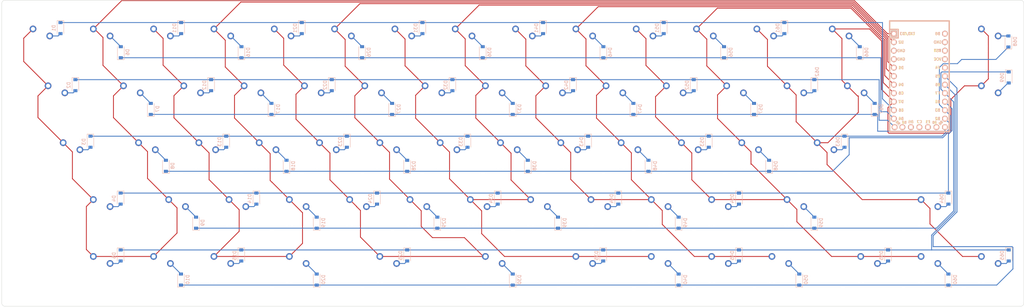
<source format=kicad_pcb>
(kicad_pcb (version 20211014) (generator pcbnew)
  (layers (0 "F.Cu" signal) (31 "B.Cu" signal) (34 "B.Paste" user) (35 "F.Paste" user) (36 "B.SilkS" user "B.Silkscreen") (37 "F.SilkS" user "F.Silkscreen") (38 "B.Mask" user) (39 "F.Mask" user) (44 "Edge.Cuts" user))
  (net 0 "")
  (net 1 "R0")
  (net 2 "Net-(D1-Pad2)")
  (net 3 "R2")
  (net 4 "Net-(D2-Pad2)")
  (net 5 "R4")
  (net 6 "Net-(D3-Pad2)")
  (net 7 "R6")
  (net 8 "Net-(D4-Pad2)")
  (net 9 "R8")
  (net 10 "Net-(D5-Pad2)")
  (net 11 "R1")
  (net 12 "Net-(D6-Pad2)")
  (net 13 "R3")
  (net 14 "Net-(D7-Pad2)")
  (net 15 "R5")
  (net 16 "Net-(D8-Pad2)")
  (net 17 "R7")
  (net 18 "Net-(D9-Pad2)")
  (net 19 "R9")
  (net 20 "Net-(D10-Pad2)")
  (net 21 "Net-(D11-Pad2)")
  (net 22 "Net-(D12-Pad2)")
  (net 23 "Net-(D13-Pad2)")
  (net 24 "Net-(D14-Pad2)")
  (net 25 "Net-(D15-Pad2)")
  (net 26 "Net-(D16-Pad2)")
  (net 27 "Net-(D17-Pad2)")
  (net 28 "Net-(D18-Pad2)")
  (net 29 "Net-(D19-Pad2)")
  (net 30 "Net-(D20-Pad2)")
  (net 31 "Net-(D21-Pad2)")
  (net 32 "Net-(D22-Pad2)")
  (net 33 "Net-(D23-Pad2)")
  (net 34 "Net-(D24-Pad2)")
  (net 35 "Net-(D25-Pad2)")
  (net 36 "Net-(D26-Pad2)")
  (net 37 "Net-(D27-Pad2)")
  (net 38 "Net-(D28-Pad2)")
  (net 39 "Net-(D29-Pad2)")
  (net 40 "Net-(D30-Pad2)")
  (net 41 "Net-(D31-Pad2)")
  (net 42 "Net-(D32-Pad2)")
  (net 43 "Net-(D33-Pad2)")
  (net 44 "Net-(D34-Pad2)")
  (net 45 "Net-(D35-Pad2)")
  (net 46 "Net-(D36-Pad2)")
  (net 47 "Net-(D37-Pad2)")
  (net 48 "Net-(D38-Pad2)")
  (net 49 "Net-(D39-Pad2)")
  (net 50 "Net-(D40-Pad2)")
  (net 51 "Net-(D41-Pad2)")
  (net 52 "Net-(D42-Pad2)")
  (net 53 "Net-(D43-Pad2)")
  (net 54 "Net-(D44-Pad2)")
  (net 55 "Net-(D45-Pad2)")
  (net 56 "Net-(D46-Pad2)")
  (net 57 "Net-(D47-Pad2)")
  (net 58 "Net-(D48-Pad2)")
  (net 59 "Net-(D49-Pad2)")
  (net 60 "Net-(D50-Pad2)")
  (net 61 "Net-(D51-Pad2)")
  (net 62 "Net-(D52-Pad2)")
  (net 63 "Net-(D53-Pad2)")
  (net 64 "Net-(D54-Pad2)")
  (net 65 "Net-(D55-Pad2)")
  (net 66 "Net-(D56-Pad2)")
  (net 67 "Net-(D57-Pad2)")
  (net 68 "Net-(D58-Pad2)")
  (net 69 "Net-(D59-Pad2)")
  (net 70 "Net-(D60-Pad2)")
  (net 71 "Net-(D61-Pad2)")
  (net 72 "Net-(D62-Pad2)")
  (net 73 "Net-(D63-Pad2)")
  (net 74 "Net-(D64-Pad2)")
  (net 75 "Net-(D66-Pad2)")
  (net 76 "Net-(D67-Pad2)")
  (net 77 "Net-(D68-Pad2)")
  (net 78 "C0")
  (net 79 "C1")
  (net 80 "C2")
  (net 81 "C3")
  (net 82 "C4")
  (net 83 "C5")
  (net 84 "C6")
  (net 97 "Net-(D69-Pad2)")
  (net 98 "Net-(D65-Pad2)")
  (footprint "marbastlib-choc:SW_choc_1u" (layer "F.Cu") (at 135.2975 133.5 180)
    (fp_text reference "SW18" hide)
    (fp_text value "SW_Push" hide)
  )
  (footprint "marbastlib-choc:SW_choc_1.5u" (layer "F.Cu") (at 171.2975 167.5 180)
    (fp_text reference "SW25" hide)
    (fp_text value "SW_Push" hide)
  )
  (footprint "marbastlib-choc:SW_choc_1u" (layer "F.Cu") (at 270.2975 150.5 180)
    (fp_text reference "SW54" hide)
    (fp_text value "SW_Push" hide)
  )
  (footprint "marbastlib-choc:SW_choc_1u" (layer "F.Cu") (at 270.2975 167.5 180)
    (fp_text reference "SW45" hide)
    (fp_text value "SW_Push" hide)
  )
  (footprint "marbastlib-choc:SW_choc_1.5u" (layer "F.Cu") (at 301.7975 133.5 180)
    (fp_text reference "SW63" hide)
    (fp_text value "SW_Push" hide)
  )
  (footprint "marbastlib-choc:SW_choc_1u" (layer "F.Cu") (at 314.7975 167.5 180)
    (fp_text reference "SW55" hide)
    (fp_text value "SW_Push" hide)
  )
  (footprint "marbastlib-choc:SW_choc_1.5u" (layer "F.Cu") (at 229.7975 167.5 180)
    (fp_text reference "SW35" hide)
    (fp_text value "SW_Push" hide)
  )
  (footprint "marbastlib-choc:SW_choc_1u" (layer "F.Cu") (at 157.7975 99.5 180)
    (fp_text reference "SW26" hide)
    (fp_text value "SW_Push" hide)
  )
  (footprint "marbastlib-choc:SW_choc_1u" (layer "F.Cu") (at 283.7975 99.5 180)
    (fp_text reference "SW61" hide)
    (fp_text value "SW_Push" hide)
  )
  (footprint "marbastlib-choc:SW_choc_1u" (layer "F.Cu") (at 332.7975 150.5 180)
    (fp_text reference "SW64" hide)
    (fp_text value "SW_Push" hide)
  )
  (footprint "marbastlib-choc:SW_choc_1u" (layer "F.Cu") (at 103.7975 99.5 180)
    (fp_text reference "SW11" hide)
    (fp_text value "SW_Push" hide)
  )
  (footprint "marbastlib-choc:SW_choc_1u" (layer "F.Cu") (at 252.2975 150.5 180)
    (fp_text reference "SW49" hide)
    (fp_text value "SW_Push" hide)
  )
  (footprint "marbastlib-choc:SW_choc_1u" (layer "F.Cu") (at 144.2975 150.5 180)
    (fp_text reference "SW19" hide)
    (fp_text value "SW_Push" hide)
  )
  (footprint "marbastlib-choc:SW_choc_1u" (layer "F.Cu") (at 175.7975 99.5 180)
    (fp_text reference "SW31" hide)
    (fp_text value "SW_Push" hide)
  )
  (footprint "marbastlib-choc:SW_choc_1u" (layer "F.Cu") (at 130.7975 116.5 180)
    (fp_text reference "SW17" hide)
    (fp_text value "SW_Push" hide)
  )
  (footprint "marbastlib-choc:SW_choc_1u" (layer "F.Cu") (at 121.7975 99.5 180)
    (fp_text reference "SW16" hide)
    (fp_text value "SW_Push" hide)
  )
  (footprint "marbastlib-choc:SW_choc_1.5u" (layer "F.Cu") (at 306.2975 99.5 180)
    (fp_text reference "SW66" hide)
    (fp_text value "SW_Push" hide)
  )
  (footprint "marbastlib-choc:SW_choc_1u" (layer "F.Cu") (at 184.7975 116.5 180)
    (fp_text reference "SW32" hide)
    (fp_text value "SW_Push" hide)
  )
  (footprint "marbastlib-choc:SW_choc_1u" (layer "F.Cu") (at 292.7975 116.5 180)
    (fp_text reference "SW62" hide)
    (fp_text value "SW_Push" hide)
  )
  (footprint "marbastlib-choc:SW_choc_1u" (layer "F.Cu") (at 238.7975 116.5 180)
    (fp_text reference "SW47" hide)
    (fp_text value "SW_Push" hide)
  )
  (footprint "marbastlib-choc:SW_choc_1u" (layer "F.Cu") (at 198.2975 150.5 180)
    (fp_text reference "SW34" hide)
    (fp_text value "SW_Push" hide)
  )
  (footprint "marbastlib-choc:SW_choc_1u" (layer "F.Cu") (at 256.7975 116.5 180)
    (fp_text reference "SW52" hide)
    (fp_text value "SW_Push" hide)
  )
  (footprint "marbastlib-choc:SW_choc_1.5u" (layer "F.Cu") (at 144.2975 167.5 180)
    (fp_text reference "SW20" hide)
    (fp_text value "SW_Push" hide)
  )
  (footprint "marbastlib-choc:SW_choc_1u" (layer "F.Cu") (at 207.2975 133.5 180)
    (fp_text reference "SW38" hide)
    (fp_text value "SW_Push" hide)
  )
  (footprint "marbastlib-choc:SW_choc_1u" (layer "F.Cu") (at 265.7975 99.5 180)
    (fp_text reference "SW56" hide)
    (fp_text value "SW_Push" hide)
  )
  (footprint "marbastlib-choc:SW_choc_1.5u" (layer "F.Cu") (at 72.2975 116.5 180)
    (fp_text reference "SW2" hide)
    (fp_text value "SW_Push" hide)
  )
  (footprint "marbastlib-choc:SW_choc_1u" (layer "F.Cu") (at 225.2975 133.5 180)
    (fp_text reference "SW43" hide)
    (fp_text value "SW_Push" hide)
  )
  (footprint "marbastlib-choc:SW_choc_1u" (layer "F.Cu") (at 94.7975 116.5 180)
    (fp_text reference "SW7" hide)
    (fp_text value "SW_Push" hide)
  )
  (footprint "marbastlib-choc:SW_choc_1u" (layer "F.Cu") (at 112.7975 116.5 180)
    (fp_text reference "SW12" hide)
    (fp_text value "SW_Push" hide)
  )
  (footprint "marbastlib-choc:SW_choc_1u" (layer "F.Cu") (at 279.2975 133.5 180)
    (fp_text reference "SW58" hide)
    (fp_text value "SW_Push" hide)
  )
  (footprint "marbastlib-choc:SW_choc_1u" (layer "F.Cu") (at 148.7975 116.5 180)
    (fp_text reference "SW22" hide)
    (fp_text value "SW_Push" hide)
  )
  (footprint "marbastlib-choc:SW_choc_1u" (layer "F.Cu") (at 67.7975 99.5 180)
    (fp_text reference "SW1" hide)
    (fp_text value "SW_Push" hide)
  )
  (footprint "marbastlib-choc:SW_choc_1u" (layer "F.Cu") (at 103.7975 167.5 180)
    (fp_text reference "SW10" hide)
    (fp_text value "SW_Push" hide)
  )
  (footprint "marbastlib-choc:SW_choc_1u" (layer "F.Cu") (at 162.2975 150.5 180)
    (fp_text reference "SW24" hide)
    (fp_text value "SW_Push" hide)
  )
  (footprint "marbastlib-choc:SW_choc_1.5u" (layer "F.Cu") (at 202.7975 167.5 180)
    (fp_text reference "SW30" hide)
    (fp_text value "SW_Push" hide)
  )
  (footprint "marbastlib-choc:SW_choc_1u" (layer "F.Cu") (at 310.7975 116.5 180)
    (fp_text reference "SW67" hide)
    (fp_text value "SW_Push" hide)
  )
  (footprint "marbastlib-choc:SW_choc_1u" (layer "F.Cu") (at 234.2975 150.5 180)
    (fp_text reference "SW44" hide)
    (fp_text value "SW_Push" hide)
  )
  (footprint "marbastlib-choc:SW_choc_1u" (layer "F.Cu") (at 288.2975 167.5 180)
    (fp_text reference "SW50" hide)
    (fp_text value "SW_Push" hide)
  )
  (footprint "marbastlib-choc:SW_choc_1u" (layer "F.Cu") (at 180.2975 150.5 180)
    (fp_text reference "SW29" hide)
    (fp_text value "SW_Push" hide)
  )
  (footprint "marbastlib-choc:SW_choc_1u" (layer "F.Cu") (at 171.2975 133.5 180)
    (fp_text reference "SW28" hide)
    (fp_text value "SW_Push" hide)
  )
  (footprint "marbastlib-choc:SW_choc_1u" (layer "F.Cu") (at 252.2975 167.5 180)
    (fp_text reference "SW40" hide)
    (fp_text value "SW_Push" hide)
  )
  (footprint "marbastlib-choc:SW_choc_1u" (layer "F.Cu") (at 117.2975 133.5 180)
    (fp_text reference "SW13" hide)
    (fp_text value "SW_Push" hide)
  )
  (footprint "marbastlib-choc:SW_choc_1u" (layer "F.Cu") (at 350.7975 99.5 180)
    (fp_text reference "SW68" hide)
    (fp_text value "SW_Push" hide)
  )
  (footprint "marbastlib-choc:SW_choc_1.5u" (layer "F.Cu") (at 292.7975 150.5 180)
    (fp_text reference "SW59" hide)
    (fp_text value "SW_Push" hide)
  )
  (footprint "marbastlib-choc:SW_choc_1u" (layer "F.Cu") (at 202.7975 116.5 180)
    (fp_text reference "SW37" hide)
    (fp_text value "SW_Push" hide)
  )
  (footprint "marbastlib-choc:SW_choc_1.5u" (layer "F.Cu") (at 76.7975 133.5 180)
    (fp_text reference "SW3" hide)
    (fp_text value "SW_Push" hide)
  )
  (footprint "marbastlib-choc:SW_choc_1u" (layer "F.Cu") (at 261.2975 133.5 180)
    (fp_text reference "SW53" hide)
    (fp_text value "SW_Push" hide)
  )
  (footprint "marbastlib-choc:SW_choc_1u" (layer "F.Cu") (at 332.7975 167.5 180)
    (fp_text reference "SW60" hide)
    (fp_text value "SW_Push" hide)
  )
  (footprint "marbastlib-choc:SW_choc_1u" (layer "F.Cu") (at 85.7975 99.5 180)
    (fp_text reference "SW6" hide)
    (fp_text value "SW_Push" hide)
  )
  (footprint "marbastlib-choc:SW_choc_1u" (layer "F.Cu") (at 247.7975 99.5 180)
    (fp_text reference "SW51" hide)
    (fp_text value "SW_Push" hide)
  )
  (footprint "marbastlib-choc:SW_choc_1u" (layer "F.Cu") (at 229.7975 99.5 180)
    (fp_text reference "SW46" hide)
    (fp_text value "SW_Push" hide)
  )
  (footprint "marbastlib-choc:SW_choc_1u" (layer "F.Cu") (at 274.7975 116.5 180)
    (fp_text reference "SW57" hide)
    (fp_text value "SW_Push" hide)
  )
  (footprint "marbastlib-choc:SW_choc_1u" (layer "F.Cu") (at 189.2975 133.5 180)
    (fp_text reference "SW33" hide)
    (fp_text value "SW_Push" hide)
  )
  (footprint "marbastlib-choc:SW_choc_1u" (layer "F.Cu") (at 220.7975 116.5 180)
    (fp_text reference "SW42" hide)
    (fp_text value "SW_Push" hide)
  )
  (footprint "marbastlib-choc:SW_choc_1u" (layer "F.Cu") (at 166.7975 116.5 180)
    (fp_text reference "SW27" hide)
    (fp_text value "SW_Push" hide)
  )
  (footprint "marbastlib-choc:SW_choc_1u" (layer "F.Cu") (at 193.7975 99.5 180)
    (fp_text reference "SW36" hide)
    (fp_text value "SW_Push" hide)
  )
  (footprint "marbastlib-choc:SW_choc_1u" (layer "F.Cu") (at 85.7975 167.5 180)
    (fp_text reference "SW5" hide)
    (fp_text value "SW_Push" hide)
  )
  (footprint "marbastlib-choc:SW_choc_1u" (layer "F.Cu") (at 126.2975 150.5 180)
    (fp_text reference "SW14" hide)
    (fp_text value "SW_Push" hide)
  )
  (footprint "marbastlib-choc:SW_choc_1u" (layer "F.Cu") (at 99.2975 133.5 180)
    (fp_text reference "SW8" hide)
    (fp_text value "SW_Push" hide)
  )
  (footprint "marbastlib-choc:SW_choc_1u" (layer "F.Cu") (at 243.2975 133.5 180)
    (fp_text reference "SW48" hide)
    (fp_text value "SW_Push" hide)
  )
  (footprint "marbastlib-choc:SW_choc_1u" (layer "F.Cu") (at 108.2975 150.5 180)
    (fp_text reference "SW9" hide)
    (fp_text value "SW_Push" hide)
  )
  (footprint "marbastlib-choc:SW_choc_1u" (layer "F.Cu") (at 350.7975 116.5 180)
    (fp_text reference "SW69" hide)
    (fp_text value "SW_Push" hide)
  )
  (footprint "Keebio-Parts:Elite-C" (layer "F.Cu") (at 332.2975 108.98675 -90)
    (fp_text reference "U1" hide)
    (fp_text value "Elite-C" hide)
  )
  (footprint "marbastlib-choc:SW_choc_1u" (layer "F.Cu") (at 139.7975 99.5 180)
    (fp_text reference "SW21" hide)
    (fp_text value "SW_Push" hide)
  )
  (footprint "marbastlib-choc:SW_choc_1u" (layer "F.Cu") (at 211.7975 99.5 180)
    (fp_text reference "SW41" hide)
    (fp_text value "SW_Push" hide)
  )
  (footprint "marbastlib-choc:SW_choc_1u" (layer "F.Cu") (at 216.2975 150.5 180)
    (fp_text reference "SW39" hide)
    (fp_text value "SW_Push" hide)
  )
  (footprint "marbastlib-choc:SW_choc_1u" (layer "F.Cu") (at 153.2975 133.5 180)
    (fp_text reference "SW23" hide)
    (fp_text value "SW_Push" hide)
  )
  (footprint "marbastlib-choc:SW_choc_1u" (layer "F.Cu") (at 121.7975 167.5 180)
    (fp_text reference "SW15" hide)
    (fp_text value "SW_Push" hide)
  )
  (footprint "marbastlib-choc:SW_choc_1u" (layer "F.Cu") (at 350.7975 167.5 180)
    (fp_text reference "SW65" hide)
    (fp_text value "SW_Push" hide)
  )
  (footprint "marbastlib-choc:SW_choc_1.5u" (layer "F.Cu") (at 85.7975 150.5 180)
    (fp_text reference "SW4" hide)
    (fp_text value "SW_Push" hide)
  )
  (footprint "Diode_SMD:D_SOD-123" (layer "B.Cu") (at 340.95 144.3 -90)
    (fp_text reference "D64")
    (fp_text value "SOD-123")
  )
  (footprint "Diode_SMD:D_SOD-123" (layer "B.Cu") (at 152.45 168.5 90)
    (fp_text reference "D20")
    (fp_text value "SOD-123")
  )
  (footprint "Diode_SMD:D_SOD-123" (layer "B.Cu") (at 287.45 134.5 90)
    (fp_text reference "D58")
    (fp_text value "SOD-123")
  )
  (footprint "Diode_SMD:D_SOD-123" (layer "B.Cu") (at 300.95 110.4 -90)
    (fp_text reference "D62")
    (fp_text value "SOD-123")
  )
  (footprint "Diode_SMD:D_SOD-123" (layer "B.Cu") (at 210.95 168.5 90)
    (fp_text reference "D30")
    (fp_text value "SOD-123")
  )
  (footprint "Diode_SMD:D_SOD-123" (layer "B.Cu") (at 292 93.35 -90)
    (fp_text reference "D61")
    (fp_text value "SOD-123")
  )
  (footprint "Diode_SMD:D_SOD-123" (layer "B.Cu") (at 296.45 168.5 90)
    (fp_text reference "D50")
    (fp_text value "SOD-123")
  )
  (footprint "Diode_SMD:D_SOD-123" (layer "B.Cu") (at 256 93.35 -90)
    (fp_text reference "D51")
    (fp_text value "SOD-123")
  )
  (footprint "Diode_SMD:D_SOD-123" (layer "B.Cu") (at 129.95 161.3 -90)
    (fp_text reference "D15")
    (fp_text value "SOD-123")
  )
  (footprint "Diode_SMD:D_SOD-123" (layer "B.Cu") (at 116.45 151.5 90)
    (fp_text reference "D9")
    (fp_text value "SOD-123")
  )
  (footprint "Diode_SMD:D_SOD-123" (layer "B.Cu") (at 197.45 127.3 -90)
    (fp_text reference "D33")
    (fp_text value "SOD-123")
  )
  (footprint "Diode_SMD:D_SOD-123" (layer "B.Cu") (at 174.95 117.5 90)
    (fp_text reference "D27")
    (fp_text value "SOD-123")
  )
  (footprint "Diode_SMD:D_SOD-123" (layer "B.Cu") (at 107.45 134.5 90)
    (fp_text reference "D8")
    (fp_text value "SOD-123")
  )
  (footprint "Diode_SMD:D_SOD-123" (layer "B.Cu") (at 233.45 127.3 -90)
    (fp_text reference "D43")
    (fp_text value "SOD-123")
  )
  (footprint "Diode_SMD:D_SOD-123" (layer "B.Cu") (at 269.45 127.3 -90)
    (fp_text reference "D53")
    (fp_text value "SOD-123")
  )
  (footprint "Diode_SMD:D_SOD-123" (layer "B.Cu") (at 242.45 144.3 -90)
    (fp_text reference "D44")
    (fp_text value "SOD-123")
  )
  (footprint "Diode_SMD:D_SOD-123" (layer "B.Cu") (at 156.95 110.4 -90)
    (fp_text reference "D22")
    (fp_text value "SOD-123")
  )
  (footprint "Diode_SMD:D_SOD-123" (layer "B.Cu") (at 93.95 144.3 -90)
    (fp_text reference "D4")
    (fp_text value "SOD-123")
  )
  (footprint "Diode_SMD:D_SOD-123" (layer "B.Cu") (at 309.95 127.3 -90)
    (fp_text reference "D63")
    (fp_text value "SOD-123")
  )
  (footprint "Diode_SMD:D_SOD-123" (layer "B.Cu") (at 179.45 161.3 -90)
    (fp_text reference "D25")
    (fp_text value "SOD-123")
  )
  (footprint "Diode_SMD:D_SOD-123" (layer "B.Cu") (at 112 93.35 -90)
    (fp_text reference "D11")
    (fp_text value "SOD-123")
  )
  (footprint "Diode_SMD:D_SOD-123" (layer "B.Cu") (at 358.95 108.1 -90)
    (fp_text reference "D69")
    (fp_text value "SOD-123")
  )
  (footprint "Diode_SMD:D_SOD-123" (layer "B.Cu") (at 224.45 151.5 90)
    (fp_text reference "D39")
    (fp_text value "SOD-123")
  )
  (footprint "Diode_SMD:D_SOD-123" (layer "B.Cu") (at 282.95 117.5 90)
    (fp_text reference "D57")
    (fp_text value "SOD-123")
  )
  (footprint "Diode_SMD:D_SOD-123" (layer "B.Cu") (at 340.95 168.5 90)
    (fp_text reference "D60")
    (fp_text value "SOD-123")
  )
  (footprint "Diode_SMD:D_SOD-123" (layer "B.Cu") (at 358.95 161.3 -90)
    (fp_text reference "D65")
    (fp_text value "SOD-123")
  )
  (footprint "Diode_SMD:D_SOD-123" (layer "B.Cu") (at 215.45 134.5 90)
    (fp_text reference "D38")
    (fp_text value "SOD-123")
  )
  (footprint "Diode_SMD:D_SOD-123" (layer "B.Cu") (at 188.45 151.5 90)
    (fp_text reference "D29")
    (fp_text value "SOD-123")
  )
  (footprint "Diode_SMD:D_SOD-123" (layer "B.Cu") (at 134.45 144.3 -90)
    (fp_text reference "D14")
    (fp_text value "SOD-123")
  )
  (footprint "Diode_SMD:D_SOD-123" (layer "B.Cu") (at 138.95 117.5 90)
    (fp_text reference "D17")
    (fp_text value "SOD-123")
  )
  (footprint "Diode_SMD:D_SOD-123" (layer "B.Cu") (at 152.45 151.5 90)
    (fp_text reference "D19")
    (fp_text value "SOD-123")
  )
  (footprint "Diode_SMD:D_SOD-123" (layer "B.Cu") (at 237.95 161.3 -90)
    (fp_text reference "D35")
    (fp_text value "SOD-123")
  )
  (footprint "Diode_SMD:D_SOD-123" (layer "B.Cu") (at 210.95 117.5 90)
    (fp_text reference "D37")
    (fp_text value "SOD-123")
  )
  (footprint "Diode_SMD:D_SOD-123" (layer "B.Cu") (at 76 93.35 -90)
    (fp_text reference "D1")
    (fp_text value "SOD-123")
  )
  (footprint "Diode_SMD:D_SOD-123" (layer "B.Cu") (at 278.45 161.3 -90)
    (fp_text reference "D45")
    (fp_text value "SOD-123")
  )
  (footprint "Diode_SMD:D_SOD-123" (layer "B.Cu") (at 274 100.55 90)
    (fp_text reference "D56")
    (fp_text value "SOD-123")
  )
  (footprint "Diode_SMD:D_SOD-123" (layer "B.Cu") (at 130 100.55 90)
    (fp_text reference "D16")
    (fp_text value "SOD-123")
  )
  (footprint "Diode_SMD:D_SOD-123" (layer "B.Cu") (at 264.95 110.4 -90)
    (fp_text reference "D52")
    (fp_text value "SOD-123")
  )
  (footprint "Diode_SMD:D_SOD-123" (layer "B.Cu") (at 300.95 151.5 90)
    (fp_text reference "D59")
    (fp_text value "SOD-123")
  )
  (footprint "Diode_SMD:D_SOD-123" (layer "B.Cu") (at 93.95 161.3 -90)
    (fp_text reference "D5")
    (fp_text value "SOD-123")
  )
  (footprint "Diode_SMD:D_SOD-123" (layer "B.Cu") (at 318.95 117.5 90)
    (fp_text reference "D67")
    (fp_text value "SOD-123")
  )
  (footprint "Diode_SMD:D_SOD-123" (layer "B.Cu") (at 161.45 127.3 -90)
    (fp_text reference "D23")
    (fp_text value "SOD-123")
  )
  (footprint "Diode_SMD:D_SOD-123" (layer "B.Cu") (at 125.45 127.3 -90)
    (fp_text reference "D13")
    (fp_text value "SOD-123")
  )
  (footprint "Diode_SMD:D_SOD-123" (layer "B.Cu") (at 179.45 134.5 90)
    (fp_text reference "D28")
    (fp_text value "SOD-123")
  )
  (footprint "Diode_SMD:D_SOD-123" (layer "B.Cu") (at 111.95 168.5 90)
    (fp_text reference "D10")
    (fp_text value "SOD-123")
  )
  (footprint "Diode_SMD:D_SOD-123" (layer "B.Cu") (at 238 100.55 90)
    (fp_text reference "D46")
    (fp_text value "SOD-123")
  )
  (footprint "Diode_SMD:D_SOD-123" (layer "B.Cu") (at 260.45 168.5 90)
    (fp_text reference "D40")
    (fp_text value "SOD-123")
  )
  (footprint "Diode_SMD:D_SOD-123" (layer "B.Cu") (at 246.95 117.5 90)
    (fp_text reference "D47")
    (fp_text value "SOD-123")
  )
  (footprint "Diode_SMD:D_SOD-123" (layer "B.Cu") (at 102.95 117.5 90)
    (fp_text reference "D7")
    (fp_text value "SOD-123")
  )
  (footprint "Diode_SMD:D_SOD-123" (layer "B.Cu") (at 143.45 134.5 90)
    (fp_text reference "D18")
    (fp_text value "SOD-123")
  )
  (footprint "Diode_SMD:D_SOD-123" (layer "B.Cu") (at 120.95 110.4 -90)
    (fp_text reference "D12")
    (fp_text value "SOD-123")
  )
  (footprint "Diode_SMD:D_SOD-123" (layer "B.Cu") (at 260.45 151.5 90)
    (fp_text reference "D49")
    (fp_text value "SOD-123")
  )
  (footprint "Diode_SMD:D_SOD-123" (layer "B.Cu") (at 251.45 134.5 90)
    (fp_text reference "D48")
    (fp_text value "SOD-123")
  )
  (footprint "Diode_SMD:D_SOD-123" (layer "B.Cu") (at 220 93.35 -90)
    (fp_text reference "D41")
    (fp_text value "SOD-123")
  )
  (footprint "Diode_SMD:D_SOD-123" (layer "B.Cu") (at 228.95 110.4 -90)
    (fp_text reference "D42")
    (fp_text value "SOD-123")
  )
  (footprint "Diode_SMD:D_SOD-123" (layer "B.Cu") (at 148 93.35 -90)
    (fp_text reference "D21")
    (fp_text value "SOD-123")
  )
  (footprint "Diode_SMD:D_SOD-123" (layer "B.Cu") (at 358.85 97.35 90)
    (fp_text reference "D68")
    (fp_text value "SOD-123")
  )
  (footprint "Diode_SMD:D_SOD-123" (layer "B.Cu") (at 192.95 110.4 -90)
    (fp_text reference "D32")
    (fp_text value "SOD-123")
  )
  (footprint "Diode_SMD:D_SOD-123" (layer "B.Cu") (at 80.45 110.4 -90)
    (fp_text reference "D2")
    (fp_text value "SOD-123")
  )
  (footprint "Diode_SMD:D_SOD-123" (layer "B.Cu") (at 202 100.55 90)
    (fp_text reference "D36")
    (fp_text value "SOD-123")
  )
  (footprint "Diode_SMD:D_SOD-123" (layer "B.Cu") (at 322.95 161.3 -90)
    (fp_text reference "D55")
    (fp_text value "SOD-123")
  )
  (footprint "Diode_SMD:D_SOD-123" (layer "B.Cu") (at 184 93.35 -90)
    (fp_text reference "D31")
    (fp_text value "SOD-123")
  )
  (footprint "Diode_SMD:D_SOD-123" (layer "B.Cu") (at 206.45 144.3 -90)
    (fp_text reference "D34")
    (fp_text value "SOD-123")
  )
  (footprint "Diode_SMD:D_SOD-123" (layer "B.Cu") (at 84.95 127.3 -90)
    (fp_text reference "D3")
    (fp_text value "SOD-123")
  )
  (footprint "Diode_SMD:D_SOD-123" (layer "B.Cu") (at 94 100.55 90)
    (fp_text reference "D6")
    (fp_text value "SOD-123")
  )
  (footprint "Diode_SMD:D_SOD-123" (layer "B.Cu") (at 314.5 100.55 90)
    (fp_text reference "D66")
    (fp_text value "SOD-123")
  )
  (footprint "Diode_SMD:D_SOD-123" (layer "B.Cu") (at 278.45 144.3 -90)
    (fp_text reference "D54")
    (fp_text value "SOD-123")
  )
  (footprint "Diode_SMD:D_SOD-123" (layer "B.Cu") (at 170.45 144.3 -90)
    (fp_text reference "D24")
    (fp_text value "SOD-123")
  )
  (footprint "Diode_SMD:D_SOD-123" (layer "B.Cu") (at 166 100.55 90)
    (fp_text reference "D26")
    (fp_text value "SOD-123")
  )
  (gr_line (start 59.48 176.5) (end 362.48 176.5) (layer "Edge.Cuts") (width 0.1))
  (gr_line (start 59.48 85) (end 362.48 85) (layer "Edge.Cuts") (width 0.1))
  (gr_line (start 363.48 86) (end 363.48 175.5) (layer "Edge.Cuts") (width 0.1))
  (gr_arc (start 58.48 86) (mid 58.772894 85.292894) (end 59.48 85) (layer "Edge.Cuts") (width 0.1))
  (gr_arc (start 363.48 175.5) (mid 363.187107 176.207107) (end 362.48 176.5) (layer "Edge.Cuts") (width 0.1))
  (gr_arc (start 362.48 85) (mid 363.187106 85.292894) (end 363.48 86) (layer "Edge.Cuts") (width 0.1))
  (gr_line (start 58.48 175.5) (end 58.48 86) (layer "Edge.Cuts") (width 0.1))
  (gr_arc (start 59.48 176.5) (mid 58.772893 176.207107) (end 58.48 175.5) (layer "Edge.Cuts") (width 0.1))
  (segment (start 292 91.7) (end 321.29 91.7) (width 0.254) (layer "B.Cu") (net 1))
  (segment (start 321.29 114.48925) (end 324.6775 117.87675) (width 0.254) (layer "B.Cu") (net 1))
  (segment (start 321.29 91.7) (end 321.29 114.48925) (width 0.254) (layer "B.Cu") (net 1))
  (segment (start 76 91.7) (end 292 91.7) (width 0.254) (layer "B.Cu") (net 1))
  (segment (start 72.7975 95.7) (end 75.3 95.7) (width 0.254) (layer "B.Cu") (net 2))
  (segment (start 75.3 95.7) (end 76 95) (width 0.254) (layer "B.Cu") (net 2))
  (segment (start 320.3 108.75) (end 320.3 120.9) (width 0.254) (layer "B.Cu") (net 3))
  (segment (start 300.95 108.75) (end 320.3 108.75) (width 0.254) (layer "B.Cu") (net 3))
  (segment (start 300.95 108.75) (end 80.45 108.75) (width 0.254) (layer "B.Cu") (net 3))
  (segment (start 320.3 120.9) (end 322.84935 120.9) (width 0.254) (layer "B.Cu") (net 3))
  (segment (start 322.84935 120.9) (end 324.9061 122.95675) (width 0.254) (layer "B.Cu") (net 3))
  (segment (start 79.8 112.7) (end 80.45 112.05) (width 0.254) (layer "B.Cu") (net 4))
  (segment (start 77.2975 112.7) (end 79.8 112.7) (width 0.254) (layer "B.Cu") (net 4))
  (segment (start 309.95 125.65) (end 339.070935 125.65) (width 0.254) (layer "B.Cu") (net 5))
  (segment (start 309.95 125.65) (end 84.95 125.65) (width 0.254) (layer "B.Cu") (net 5))
  (segment (start 339.070935 125.65) (end 341.120311 123.600624) (width 0.254) (layer "B.Cu") (net 5))
  (segment (start 341.120311 123.600624) (end 341.120311 121.619561) (width 0.254) (layer "B.Cu") (net 5))
  (segment (start 341.120311 121.619561) (end 339.9175 120.41675) (width 0.254) (layer "B.Cu") (net 5))
  (segment (start 81.7975 129.7) (end 84.2 129.7) (width 0.254) (layer "B.Cu") (net 6))
  (segment (start 84.2 129.7) (end 84.95 128.95) (width 0.254) (layer "B.Cu") (net 6))
  (segment (start 340.95 125.053682) (end 341.764341 124.239341) (width 0.254) (layer "B.Cu") (net 7))
  (segment (start 342.04352 117.46277) (end 339.9175 115.33675) (width 0.254) (layer "B.Cu") (net 7))
  (segment (start 342.04352 123.960163) (end 342.04352 117.46277) (width 0.254) (layer "B.Cu") (net 7))
  (segment (start 340.95 142.65) (end 340.95 125.053682) (width 0.254) (layer "B.Cu") (net 7))
  (segment (start 93.95 142.65) (end 340.95 142.65) (width 0.254) (layer "B.Cu") (net 7))
  (segment (start 341.764341 124.239341) (end 342.04352 123.960163) (width 0.254) (layer "B.Cu") (net 7))
  (segment (start 93.2 146.7) (end 93.95 145.95) (width 0.254) (layer "B.Cu") (net 8))
  (segment (start 90.7975 146.7) (end 93.2 146.7) (width 0.254) (layer "B.Cu") (net 8))
  (segment (start 335.95 159.65) (end 358.95 159.65) (width 0.254) (layer "B.Cu") (net 9))
  (segment (start 335.95 155.223438) (end 342.97352 148.199918) (width 0.254) (layer "B.Cu") (net 9))
  (segment (start 342.97352 148.199918) (end 342.97352 113.31277) (width 0.254) (layer "B.Cu") (net 9))
  (segment (start 93.95 159.65) (end 335.95 159.65) (width 0.254) (layer "B.Cu") (net 9))
  (segment (start 342.97352 113.31277) (end 339.9175 110.25675) (width 0.254) (layer "B.Cu") (net 9))
  (segment (start 335.95 159.65) (end 335.95 155.223438) (width 0.254) (layer "B.Cu") (net 9))
  (segment (start 93.2 163.7) (end 93.95 162.95) (width 0.254) (layer "B.Cu") (net 10))
  (segment (start 90.7975 163.7) (end 93.2 163.7) (width 0.254) (layer "B.Cu") (net 10))
  (segment (start 314.5 102.2) (end 320.8 102.2) (width 0.254) (layer "B.Cu") (net 11))
  (segment (start 320.79648 118.25648) (end 320.79648 102.2) (width 0.254) (layer "B.Cu") (net 11))
  (segment (start 314.5 102.2) (end 94.05 102.2) (width 0.254) (layer "B.Cu") (net 11))
  (segment (start 320.87027 118.33027) (end 320.79648 118.25648) (width 0.254) (layer "B.Cu") (net 11))
  (segment (start 322.59102 118.33027) (end 320.87027 118.33027) (width 0.254) (layer "B.Cu") (net 11))
  (segment (start 324.6775 120.41675) (end 322.59102 118.33027) (width 0.254) (layer "B.Cu") (net 11))
  (segment (start 93.9975 98.9) (end 94 98.9) (width 0.254) (layer "B.Cu") (net 12))
  (segment (start 90.7975 95.7) (end 93.9975 98.9) (width 0.254) (layer "B.Cu") (net 12))
  (segment (start 102.95 119.15) (end 318.95 119.15) (width 0.254) (layer "B.Cu") (net 13))
  (segment (start 319.804 119.15) (end 319.84648 119.19248) (width 0.254) (layer "B.Cu") (net 13))
  (segment (start 319.85 124.159561) (end 339.92 124.159561) (width 0.254) (layer "B.Cu") (net 13))
  (segment (start 318.95 119.15) (end 319.804 119.15) (width 0.254) (layer "B.Cu") (net 13))
  (segment (start 319.84648 119.19248) (end 319.84648 124.15) (width 0.254) (layer "B.Cu") (net 13))
  (segment (start 339.9175 124.1475) (end 339.9175 122.95675) (width 0.254) (layer "B.Cu") (net 13))
  (segment (start 102.9475 115.85) (end 102.95 115.85) (width 0.254) (layer "B.Cu") (net 14))
  (segment (start 99.7975 112.7) (end 102.9475 115.85) (width 0.254) (layer "B.Cu") (net 14))
  (segment (start 338.275 105.118217) (end 338.275 105.3) (width 0.254) (layer "B.Cu") (net 15))
  (segment (start 338.261169 116.220419) (end 339.9175 117.87675) (width 0.254) (layer "B.Cu") (net 15))
  (segment (start 341.59 123.772309) (end 341.59 119.54925) (width 0.254) (layer "B.Cu") (net 15))
  (segment (start 358.85 99) (end 355.126521 102.723479) (width 0.254) (layer "B.Cu") (net 15))
  (segment (start 287.45 136.15) (end 306.382064 136.15) (width 0.254) (layer "B.Cu") (net 15))
  (segment (start 338.275 105.3) (end 338.261169 105.313831) (width 0.254) (layer "B.Cu") (net 15))
  (segment (start 311.35 131.182064) (end 311.35 126.10352) (width 0.254) (layer "B.Cu") (net 15))
  (segment (start 311.35 126.10352) (end 339.258789 126.10352) (width 0.254) (layer "B.Cu") (net 15))
  (segment (start 338.261169 105.313831) (end 338.261169 116.220419) (width 0.254) (layer "B.Cu") (net 15))
  (segment (start 343.651061 103.973939) (end 339.419278 103.973939) (width 0.254) (layer "B.Cu") (net 15))
  (segment (start 355.126521 102.723479) (end 344.901521 102.723479) (width 0.254) (layer "B.Cu") (net 15))
  (segment (start 341.59 119.54925) (end 339.9175 117.87675) (width 0.254) (layer "B.Cu") (net 15))
  (segment (start 339.419278 103.973939) (end 338.275 105.118217) (width 0.254) (layer "B.Cu") (net 15))
  (segment (start 107.45 136.15) (end 287.45 136.15) (width 0.254) (layer "B.Cu") (net 15))
  (segment (start 344.901521 102.723479) (end 343.651061 103.973939) (width 0.254) (layer "B.Cu") (net 15))
  (segment (start 339.258789 126.10352) (end 341.59 123.772309) (width 0.254) (layer "B.Cu") (net 15))
  (segment (start 306.382064 136.15) (end 311.35 131.182064) (width 0.254) (layer "B.Cu") (net 15))
  (segment (start 104.2975 129.7) (end 107.4475 132.85) (width 0.254) (layer "B.Cu") (net 16))
  (segment (start 107.4475 132.85) (end 107.45 132.85) (width 0.254) (layer "B.Cu") (net 16))
  (segment (start 337.382064 153.15) (end 300.95 153.15) (width 0.254) (layer "B.Cu") (net 17))
  (segment (start 300.95 153.15) (end 116.45 153.15) (width 0.254) (layer "B.Cu") (net 17))
  (segment (start 342.52 115.39925) (end 342.52 148.012064) (width 0.254) (layer "B.Cu") (net 17))
  (segment (start 339 106.45) (end 338.714689 106.735311) (width 0.254) (layer "B.Cu") (net 17))
  (segment (start 338.714689 106.735311) (end 338.714689 111.593939) (width 0.254) (layer "B.Cu") (net 17))
  (segment (start 342.52 148.012064) (end 337.382064 153.15) (width 0.254) (layer "B.Cu") (net 17))
  (segment (start 338.714689 111.593939) (end 339.9175 112.79675) (width 0.254) (layer "B.Cu") (net 17))
  (segment (start 339.9175 112.79675) (end 342.52 115.39925) (width 0.254) (layer "B.Cu") (net 17))
  (segment (start 339 106.45) (end 358.95 106.45) (width 0.254) (layer "B.Cu") (net 17))
  (segment (start 113.2975 146.7) (end 116.4475 149.85) (width 0.254) (layer "B.Cu") (net 18))
  (segment (start 116.4475 149.85) (end 116.45 149.85) (width 0.254) (layer "B.Cu") (net 18))
  (segment (start 111.9 170.15) (end 340.95 170.15) (width 0.254) (layer "B.Cu") (net 19))
  (segment (start 360.2 158.9) (end 359.975 158.675) (width 0.254) (layer "B.Cu") (net 19))
  (segment (start 336.40352 158.675) (end 336.40352 155.411292) (width 0.254) (layer "B.Cu") (net 19))
  (segment (start 359.975 158.675) (end 336.40352 158.675) (width 0.254) (layer "B.Cu") (net 19))
  (segment (start 343.5 111.29925) (end 339.9175 107.71675) (width 0.254) (layer "B.Cu") (net 19))
  (segment (start 340.95 170.15) (end 355.382064 170.15) (width 0.254) (layer "B.Cu") (net 19))
  (segment (start 111.95 170.15) (end 111.9 170.15) (width 0.254) (layer "B.Cu") (net 19))
  (segment (start 355.382064 170.15) (end 360.2 165.332064) (width 0.254) (layer "B.Cu") (net 19))
  (segment (start 360.2 165.332064) (end 360.2 158.9) (width 0.254) (layer "B.Cu") (net 19))
  (segment (start 336.40352 155.411292) (end 343.5 148.314812) (width 0.254) (layer "B.Cu") (net 19))
  (segment (start 343.5 148.314812) (end 343.5 111.29925) (width 0.254) (layer "B.Cu") (net 19))
  (segment (start 108.7975 163.7) (end 111.9475 166.85) (width 0.254) (layer "B.Cu") (net 20))
  (segment (start 111.9475 166.85) (end 111.95 166.85) (width 0.254) (layer "B.Cu") (net 20))
  (segment (start 111.3 95.7) (end 112 95) (width 0.254) (layer "B.Cu") (net 21))
  (segment (start 108.7975 95.7) (end 111.3 95.7) (width 0.254) (layer "B.Cu") (net 21))
  (segment (start 117.7975 112.7) (end 120.3 112.7) (width 0.254) (layer "B.Cu") (net 22))
  (segment (start 120.3 112.7) (end 120.95 112.05) (width 0.254) (layer "B.Cu") (net 22))
  (segment (start 124.7 129.7) (end 125.45 128.95) (width 0.254) (layer "B.Cu") (net 23))
  (segment (start 122.2975 129.7) (end 124.7 129.7) (width 0.254) (layer "B.Cu") (net 23))
  (segment (start 133.7 146.7) (end 134.45 145.95) (width 0.254) (layer "B.Cu") (net 24))
  (segment (start 131.2975 146.7) (end 133.7 146.7) (width 0.254) (layer "B.Cu") (net 24))
  (segment (start 126.7975 163.7) (end 129.2 163.7) (width 0.254) (layer "B.Cu") (net 25))
  (segment (start 129.2 163.7) (end 129.95 162.95) (width 0.254) (layer "B.Cu") (net 25))
  (segment (start 129.9975 98.9) (end 130 98.9) (width 0.254) (layer "B.Cu") (net 26))
  (segment (start 126.7975 95.7) (end 129.9975 98.9) (width 0.254) (layer "B.Cu") (net 26))
  (segment (start 135.7975 112.7) (end 138.9475 115.85) (width 0.254) (layer "B.Cu") (net 27))
  (segment (start 138.9475 115.85) (end 138.95 115.85) (width 0.254) (layer "B.Cu") (net 27))
  (segment (start 143.4475 132.85) (end 143.45 132.85) (width 0.254) (layer "B.Cu") (net 28))
  (segment (start 140.2975 129.7) (end 143.4475 132.85) (width 0.254) (layer "B.Cu") (net 28))
  (segment (start 149.2975 146.7) (end 152.4475 149.85) (width 0.254) (layer "B.Cu") (net 29))
  (segment (start 152.4475 149.85) (end 152.45 149.85) (width 0.254) (layer "B.Cu") (net 29))
  (segment (start 149.2975 163.7) (end 152.4475 166.85) (width 0.254) (layer "B.Cu") (net 30))
  (segment (start 152.4475 166.85) (end 152.45 166.85) (width 0.254) (layer "B.Cu") (net 30))
  (segment (start 147.3 95.7) (end 148 95) (width 0.254) (layer "B.Cu") (net 31))
  (segment (start 144.7975 95.7) (end 147.3 95.7) (width 0.254) (layer "B.Cu") (net 31))
  (segment (start 153.7975 112.7) (end 156.3 112.7) (width 0.254) (layer "B.Cu") (net 32))
  (segment (start 156.3 112.7) (end 156.95 112.05) (width 0.254) (layer "B.Cu") (net 32))
  (segment (start 158.2975 129.7) (end 160.7 129.7) (width 0.254) (layer "B.Cu") (net 33))
  (segment (start 160.7 129.7) (end 161.45 128.95) (width 0.254) (layer "B.Cu") (net 33))
  (segment (start 167.2975 146.7) (end 169.7 146.7) (width 0.254) (layer "B.Cu") (net 34))
  (segment (start 169.7 146.7) (end 170.45 145.95) (width 0.254) (layer "B.Cu") (net 34))
  (segment (start 176.2975 163.7) (end 178.7 163.7) (width 0.254) (layer "B.Cu") (net 35))
  (segment (start 178.7 163.7) (end 179.45 162.95) (width 0.254) (layer "B.Cu") (net 35))
  (segment (start 165.9975 98.9) (end 166 98.9) (width 0.254) (layer "B.Cu") (net 36))
  (segment (start 162.7975 95.7) (end 165.9975 98.9) (width 0.254) (layer "B.Cu") (net 36))
  (segment (start 174.9475 115.85) (end 174.95 115.85) (width 0.254) (layer "B.Cu") (net 37))
  (segment (start 171.7975 112.7) (end 174.9475 115.85) (width 0.254) (layer "B.Cu") (net 37))
  (segment (start 176.2975 129.7) (end 179.4475 132.85) (width 0.254) (layer "B.Cu") (net 38))
  (segment (start 179.4475 132.85) (end 179.45 132.85) (width 0.254) (layer "B.Cu") (net 38))
  (segment (start 185.2975 146.7) (end 188.4475 149.85) (width 0.254) (layer "B.Cu") (net 39))
  (segment (start 188.4475 149.85) (end 188.45 149.85) (width 0.254) (layer "B.Cu") (net 39))
  (segment (start 207.7975 163.7) (end 210.9475 166.85) (width 0.254) (layer "B.Cu") (net 40))
  (segment (start 210.9475 166.85) (end 210.95 166.85) (width 0.254) (layer "B.Cu") (net 40))
  (segment (start 180.7975 95.7) (end 183.3 95.7) (width 0.254) (layer "B.Cu") (net 41))
  (segment (start 183.3 95.7) (end 184 95) (width 0.254) (layer "B.Cu") (net 41))
  (segment (start 189.7975 112.7) (end 192.3 112.7) (width 0.254) (layer "B.Cu") (net 42))
  (segment (start 192.3 112.7) (end 192.95 112.05) (width 0.254) (layer "B.Cu") (net 42))
  (segment (start 196.7 129.7) (end 197.45 128.95) (width 0.254) (layer "B.Cu") (net 43))
  (segment (start 194.2975 129.7) (end 196.7 129.7) (width 0.254) (layer "B.Cu") (net 43))
  (segment (start 203.2975 146.7) (end 205.7 146.7) (width 0.254) (layer "B.Cu") (net 44))
  (segment (start 205.7 146.7) (end 206.45 145.95) (width 0.254) (layer "B.Cu") (net 44))
  (segment (start 237.2 163.7) (end 237.95 162.95) (width 0.254) (layer "B.Cu") (net 45))
  (segment (start 234.7975 163.7) (end 237.2 163.7) (width 0.254) (layer "B.Cu") (net 45))
  (segment (start 201.9975 98.9) (end 202 98.9) (width 0.254) (layer "B.Cu") (net 46))
  (segment (start 198.7975 95.7) (end 201.9975 98.9) (width 0.254) (layer "B.Cu") (net 46))
  (segment (start 207.7975 112.7) (end 210.9475 115.85) (width 0.254) (layer "B.Cu") (net 47))
  (segment (start 210.9475 115.85) (end 210.95 115.85) (width 0.254) (layer "B.Cu") (net 47))
  (segment (start 212.2975 129.7) (end 215.4475 132.85) (width 0.254) (layer "B.Cu") (net 48))
  (segment (start 215.4475 132.85) (end 215.45 132.85) (width 0.254) (layer "B.Cu") (net 48))
  (segment (start 224.4475 149.85) (end 224.45 149.85) (width 0.254) (layer "B.Cu") (net 49))
  (segment (start 221.2975 146.7) (end 224.4475 149.85) (width 0.254) (layer "B.Cu") (net 49))
  (segment (start 257.2975 163.7) (end 260.4475 166.85) (width 0.254) (layer "B.Cu") (net 50))
  (segment (start 260.4475 166.85) (end 260.45 166.85) (width 0.254) (layer "B.Cu") (net 50))
  (segment (start 219.3 95.7) (end 220 95) (width 0.254) (layer "B.Cu") (net 51))
  (segment (start 216.7975 95.7) (end 219.3 95.7) (width 0.254) (layer "B.Cu") (net 51))
  (segment (start 225.7975 112.7) (end 228.3 112.7) (width 0.254) (layer "B.Cu") (net 52))
  (segment (start 228.3 112.7) (end 228.95 112.05) (width 0.254) (layer "B.Cu") (net 52))
  (segment (start 232.7 129.7) (end 233.45 128.95) (width 0.254) (layer "B.Cu") (net 53))
  (segment (start 230.2975 129.7) (end 232.7 129.7) (width 0.254) (layer "B.Cu") (net 53))
  (segment (start 239.2975 146.7) (end 241.7 146.7) (width 0.254) (layer "B.Cu") (net 54))
  (segment (start 241.7 146.7) (end 242.45 145.95) (width 0.254) (layer "B.Cu") (net 54))
  (segment (start 277.7 163.7) (end 278.45 162.95) (width 0.254) (layer "B.Cu") (net 55))
  (segment (start 275.2975 163.7) (end 277.7 163.7) (width 0.254) (layer "B.Cu") (net 55))
  (segment (start 234.7975 95.7) (end 237.9975 98.9) (width 0.254) (layer "B.Cu") (net 56))
  (segment (start 237.9975 98.9) (end 238 98.9) (width 0.254) (layer "B.Cu") (net 56))
  (segment (start 246.9475 115.85) (end 246.95 115.85) (width 0.254) (layer "B.Cu") (net 57))
  (segment (start 243.7975 112.7) (end 246.9475 115.85) (width 0.254) (layer "B.Cu") (net 57))
  (segment (start 248.2975 129.7) (end 251.4475 132.85) (width 0.254) (layer "B.Cu") (net 58))
  (segment (start 251.4475 132.85) (end 251.45 132.85) (width 0.254) (layer "B.Cu") (net 58))
  (segment (start 260.4475 149.85) (end 260.45 149.85) (width 0.254) (layer "B.Cu") (net 59))
  (segment (start 257.2975 146.7) (end 260.4475 149.85) (width 0.254) (layer "B.Cu") (net 59))
  (segment (start 293.2975 163.7) (end 296.4475 166.85) (width 0.254) (layer "B.Cu") (net 60))
  (segment (start 296.4475 166.85) (end 296.45 166.85) (width 0.254) (layer "B.Cu") (net 60))
  (segment (start 255.3 95.7) (end 256 95) (width 0.254) (layer "B.Cu") (net 61))
  (segment (start 252.7975 95.7) (end 255.3 95.7) (width 0.254) (layer "B.Cu") (net 61))
  (segment (start 264.3 112.7) (end 264.95 112.05) (width 0.254) (layer "B.Cu") (net 62))
  (segment (start 261.7975 112.7) (end 264.3 112.7) (width 0.254) (layer "B.Cu") (net 62))
  (segment (start 266.2975 129.7) (end 268.7 129.7) (width 0.254) (layer "B.Cu") (net 63))
  (segment (start 268.7 129.7) (end 269.45 128.95) (width 0.254) (layer "B.Cu") (net 63))
  (segment (start 277.7 146.7) (end 278.45 145.95) (width 0.254) (layer "B.Cu") (net 64))
  (segment (start 275.2975 146.7) (end 277.7 146.7) (width 0.254) (layer "B.Cu") (net 64))
  (segment (start 322.2 163.7) (end 322.95 162.95) (width 0.254) (layer "B.Cu") (net 65))
  (segment (start 319.7975 163.7) (end 322.2 163.7) (width 0.254) (layer "B.Cu") (net 65))
  (segment (start 273.9975 98.9) (end 274 98.9) (width 0.254) (layer "B.Cu") (net 66))
  (segment (start 270.7975 95.7) (end 273.9975 98.9) (width 0.254) (layer "B.Cu") (net 66))
  (segment (start 282.9475 115.85) (end 282.95 115.85) (width 0.254) (layer "B.Cu") (net 67))
  (segment (start 279.7975 112.7) (end 282.9475 115.85) (width 0.254) (layer "B.Cu") (net 67))
  (segment (start 284.2975 129.7) (end 287.4475 132.85) (width 0.254) (layer "B.Cu") (net 68))
  (segment (start 287.4475 132.85) (end 287.45 132.85) (width 0.254) (layer "B.Cu") (net 68))
  (segment (start 297.7975 146.7) (end 300.9475 149.85) (width 0.254) (layer "B.Cu") (net 69))
  (segment (start 300.9475 149.85) (end 300.95 149.85) (width 0.254) (layer "B.Cu") (net 69))
  (segment (start 340.9475 166.85) (end 340.95 166.85) (width 0.254) (layer "B.Cu") (net 70))
  (segment (start 337.7975 163.7) (end 340.9475 166.85) (width 0.254) (layer "B.Cu") (net 70))
  (segment (start 291.3 95.7) (end 292 95) (width 0.254) (layer "B.Cu") (net 71))
  (segment (start 288.7975 95.7) (end 291.3 95.7) (width 0.254) (layer "B.Cu") (net 71))
  (segment (start 300.3 112.7) (end 300.95 112.05) (width 0.254) (layer "B.Cu") (net 72))
  (segment (start 297.7975 112.7) (end 300.3 112.7) (width 0.254) (layer "B.Cu") (net 72))
  (segment (start 306.7975 129.7) (end 309.2 129.7) (width 0.254) (layer "B.Cu") (net 73))
  (segment (start 309.2 129.7) (end 309.95 128.95) (width 0.254) (layer "B.Cu") (net 73))
  (segment (start 337.7975 146.7) (end 340.2 146.7) (width 0.254) (layer "B.Cu") (net 74))
  (segment (start 340.2 146.7) (end 340.95 145.95) (width 0.254) (layer "B.Cu") (net 74))
  (segment (start 311.2975 95.7) (end 314.4975 98.9) (width 0.254) (layer "B.Cu") (net 75))
  (segment (start 314.4975 98.9) (end 314.5 98.9) (width 0.254) (layer "B.Cu") (net 75))
  (segment (start 315.7975 112.7) (end 318.9475 115.85) (width 0.254) (layer "B.Cu") (net 76))
  (segment (start 318.9475 115.85) (end 318.95 115.85) (width 0.254) (layer "B.Cu") (net 76))
  (segment (start 355.7975 95.7) (end 358.85 95.7) (width 0.254) (layer "B.Cu") (net 77))
  (segment (start 83.720979 146.676521) (end 83.720979 159.523479) (width 0.254) (layer "F.Cu") (net 78))
  (segment (start 65.025 96.3725) (end 65.025 103.3275) (width 0.254) (layer "F.Cu") (net 78))
  (segment (start 76.7975 127.6) (end 79.55 130.3525) (width 0.254) (layer "F.Cu") (net 78))
  (segment (start 67.7975 93.6) (end 65.025 96.3725) (width 0.254) (layer "F.Cu") (net 78))
  (segment (start 101.975 130.2775) (end 101.975 138.2775) (width 0.254) (layer "F.Cu") (net 78))
  (segment (start 88.675 96.15) (end 88.675 104.4775) (width 0.254) (layer "F.Cu") (net 78))
  (segment (start 86.025 93.6) (end 86.075 93.55) (width 0.254) (layer "F.Cu") (net 78))
  (segment (start 85.7975 93.6) (end 86.025 93.6) (width 0.254) (layer "F.Cu") (net 78))
  (segment (start 312.889144 85.12702) (end 94.27048 85.12702) (width 0.254) (layer "F.Cu") (net 78))
  (segment (start 86.075 93.55) (end 88.675 96.15) (width 0.254) (layer "F.Cu") (net 78))
  (segment (start 91.8 120.1025) (end 99.2975 127.6) (width 0.254) (layer "F.Cu") (net 78))
  (segment (start 106.220979 159.154021) (end 110.775 154.6) (width 0.254) (layer "F.Cu") (net 78))
  (segment (start 88.675 104.4775) (end 94.7975 110.6) (width 0.254) (layer "F.Cu") (net 78))
  (segment (start 110.775 147.0775) (end 108.2975 144.6) (width 0.254) (layer "F.Cu") (net 78))
  (segment (start 85.7975 144.6) (end 83.720979 146.676521) (width 0.254) (layer "F.Cu") (net 78))
  (segment (start 106.220979 159.176521) (end 106.220979 159.154021) (width 0.254) (layer "F.Cu") (net 78))
  (segment (start 79.55 130.3525) (end 79.55 138.3525) (width 0.254) (layer "F.Cu") (net 78))
  (segment (start 79.55 138.3525) (end 85.7975 144.6) (width 0.254) (layer "F.Cu") (net 78))
  (segment (start 94.7975 110.6) (end 91.8 113.5975) (width 0.254) (layer "F.Cu") (net 78))
  (segment (start 69.275 113.6225) (end 69.275 120.0775) (width 0.254) (layer "F.Cu") (net 78))
  (segment (start 103.7975 161.6) (end 106.220979 159.176521) (width 0.254) (layer "F.Cu") (net 78))
  (segment (start 83.720979 159.523479) (end 85.7975 161.6) (width 0.254) (layer "F.Cu") (net 78))
  (segment (start 65.025 103.3275) (end 72.2975 110.6) (width 0.254) (layer "F.Cu") (net 78))
  (segment (start 72.2975 110.6) (end 69.275 113.6225) (width 0.254) (layer "F.Cu") (net 78))
  (segment (start 69.275 120.0775) (end 76.7975 127.6) (width 0.254) (layer "F.Cu") (net 78))
  (segment (start 99.2975 127.6) (end 101.975 130.2775) (width 0.254) (layer "F.Cu") (net 78))
  (segment (start 101.975 138.2775) (end 108.2975 144.6) (width 0.254) (layer "F.Cu") (net 78))
  (segment (start 110.775 154.6) (end 110.775 147.0775) (width 0.254) (layer "F.Cu") (net 78))
  (segment (start 91.8 113.5975) (end 91.8 120.1025) (width 0.254) (layer "F.Cu") (net 78))
  (segment (start 324.6775 95.01675) (end 322.778874 95.01675) (width 0.254) (layer "F.Cu") (net 78))
  (segment (start 322.778874 95.01675) (end 312.889144 85.12702) (width 0.254) (layer "F.Cu") (net 78))
  (segment (start 85.7975 161.6) (end 103.7975 161.6) (width 0.254) (layer "F.Cu") (net 78))
  (segment (start 94.27048 85.12702) (end 85.7975 93.6) (width 0.254) (layer "F.Cu") (net 78))
  (segment (start 121.7975 93.6) (end 129.81696 85.58054) (width 0.254) (layer "F.Cu") (net 79))
  (segment (start 120.35 130.6525) (end 117.2975 127.6) (width 0.254) (layer "F.Cu") (net 79))
  (segment (start 117.2975 127.6) (end 109.85 120.1525) (width 0.254) (layer "F.Cu") (net 79))
  (segment (start 130.7975 110.6) (end 125.175 104.9775) (width 0.254) (layer "F.Cu") (net 79))
  (segment (start 144.2975 161.6) (end 148.225 157.6725) (width 0.254) (layer "F.Cu") (net 79))
  (segment (start 144.2975 144.6) (end 139.125 139.4275) (width 0.254) (layer "F.Cu") (net 79))
  (segment (start 112.7975 110.6) (end 109.85 113.5475) (width 0.254) (layer "F.Cu") (net 79))
  (segment (start 103.7975 93.6) (end 106.625 96.4275) (width 0.254) (layer "F.Cu") (net 79))
  (segment (start 138.575 138.9) (end 138.575 130.8775) (width 0.254) (layer "F.Cu") (net 79))
  (segment (start 130.7975 110.6) (end 127.925 113.4725) (width 0.254) (layer "F.Cu") (net 79))
  (segment (start 129.325 147.6275) (end 129.325 154.0725) (width 0.254) (layer "F.Cu") (net 79))
  (segment (start 138.575 130.8775) (end 135.2975 127.6) (width 0.254) (layer "F.Cu") (net 79))
  (segment (start 106.625 96.4275) (end 106.625 104.4275) (width 0.254) (layer "F.Cu") (net 79))
  (segment (start 125.175 104.9775) (end 125.175 96.9775) (width 0.254) (layer "F.Cu") (net 79))
  (segment (start 127.925 120.2275) (end 135.2975 127.6) (width 0.254) (layer "F.Cu") (net 79))
  (segment (start 120.35 130.6525) (end 120.35 138.6525) (width 0.254) (layer "F.Cu") (net 79))
  (segment (start 129.81696 85.58054) (end 312.70129 85.58054) (width 0.254) (layer "F.Cu") (net 79))
  (segment (start 121.7975 161.6) (end 144.2975 161.6) (width 0.254) (layer "F.Cu") (net 79))
  (segment (start 312.70129 85.58054) (end 324.6775 97.55675) (width 0.254) (layer "F.Cu") (net 79))
  (segment (start 129.325 154.0725) (end 121.7975 161.6) (width 0.254) (layer "F.Cu") (net 79))
  (segment (start 106.625 104.4275) (end 112.7975 110.6) (width 0.254) (layer "F.Cu") (net 79))
  (segment (start 127.925 113.4725) (end 127.925 120.2275) (width 0.254) (layer "F.Cu") (net 79))
  (segment (start 125.175 96.9775) (end 121.7975 93.6) (width 0.254) (layer "F.Cu") (net 79))
  (segment (start 139.125 139.4275) (end 139.1025 139.4275) (width 0.254) (layer "F.Cu") (net 79))
  (segment (start 109.85 113.5475) (end 109.85 120.1525) (width 0.254) (layer "F.Cu") (net 79))
  (segment (start 139.1025 139.4275) (end 138.575 138.9) (width 0.254) (layer "F.Cu") (net 79))
  (segment (start 120.35 138.6525) (end 126.2975 144.6) (width 0.254) (layer "F.Cu") (net 79))
  (segment (start 126.2975 144.6) (end 129.325 147.6275) (width 0.254) (layer "F.Cu") (net 79))
  (segment (start 148.225 157.6725) (end 148.225 148.5275) (width 0.254) (layer "F.Cu") (net 79))
  (segment (start 148.225 148.5275) (end 144.2975 144.6) (width 0.254) (layer "F.Cu") (net 79))
  (segment (start 174.2 138.5025) (end 180.2975 144.6) (width 0.254) (layer "F.Cu") (net 80))
  (segment (start 146.275 113.1225) (end 146.275 120.5775) (width 0.254) (layer "F.Cu") (net 80))
  (segment (start 196.537936 155.975) (end 187 155.975) (width 0.254) (layer "F.Cu") (net 80))
  (segment (start 160.95 104.7525) (end 160.95 96.7525) (width 0.254) (layer "F.Cu") (net 80))
  (segment (start 157.7975 93.6) (end 165.36344 86.03406) (width 0.254) (layer "F.Cu") (net 80))
  (segment (start 142.6 104.4025) (end 148.7975 110.6) (width 0.254) (layer "F.Cu") (net 80))
  (segment (start 166.7975 110.6) (end 163.825 113.5725) (width 0.254) (layer "F.Cu") (net 80))
  (segment (start 183.65 147.9525) (end 180.2975 144.6) (width 0.254) (layer "F.Cu") (net 80))
  (segment (start 312.513436 86.03406) (end 322.875 96.395624) (width 0.254) (layer "F.Cu") (net 80))
  (segment (start 153.2975 127.6) (end 156.4 130.7025) (width 0.254) (layer "F.Cu") (net 80))
  (segment (start 174.2 130.5025) (end 174.2 138.5025) (width 0.254) (layer "F.Cu") (net 80))
  (segment (start 165.5 155.8025) (end 171.2975 161.6) (width 0.254) (layer "F.Cu") (net 80))
  (segment (start 142.6 96.4025) (end 142.6 104.4025) (width 0.254) (layer "F.Cu") (net 80))
  (segment (start 148.7975 110.6) (end 146.275 113.1225) (width 0.254) (layer "F.Cu") (net 80))
  (segment (start 187 155.975) (end 183.65 152.625) (width 0.254) (layer "F.Cu") (net 80))
  (segment (start 160.95 96.7525) (end 157.7975 93.6) (width 0.254) (layer "F.Cu") (net 80))
  (segment (start 183.65 152.625) (end 183.65 147.9525) (width 0.254) (layer "F.Cu") (net 80))
  (segment (start 164.374021 146.676521) (end 164.374021 146.724021) (width 0.254) (layer "F.Cu") (net 80))
  (segment (start 322.875 103.37425) (end 324.6775 105.17675) (width 0.254) (layer "F.Cu") (net 80))
  (segment (start 146.275 120.5775) (end 153.2975 127.6) (width 0.254) (layer "F.Cu") (net 80))
  (segment (start 163.825 120.1275) (end 171.2975 127.6) (width 0.254) (layer "F.Cu") (net 80))
  (segment (start 202.162936 161.6) (end 196.537936 155.975) (width 0.254) (layer "F.Cu") (net 80))
  (segment (start 162.2975 144.6) (end 164.374021 146.676521) (width 0.254) (layer "F.Cu") (net 80))
  (segment (start 166.7975 110.6) (end 160.95 104.7525) (width 0.254) (layer "F.Cu") (net 80))
  (segment (start 202.7975 161.6) (end 202.162936 161.6) (width 0.254) (layer "F.Cu") (net 80))
  (segment (start 171.2975 127.6) (end 174.2 130.5025) (width 0.254) (layer "F.Cu") (net 80))
  (segment (start 139.7975 93.6) (end 142.6 96.4025) (width 0.254) (layer "F.Cu") (net 80))
  (segment (start 163.825 113.5725) (end 163.825 120.1275) (width 0.254) (layer "F.Cu") (net 80))
  (segment (start 322.875 96.395624) (end 322.875 103.37425) (width 0.254) (layer "F.Cu") (net 80))
  (segment (start 156.4 138.7025) (end 162.2975 144.6) (width 0.254) (layer "F.Cu") (net 80))
  (segment (start 171.2975 161.6) (end 202.7975 161.6) (width 0.254) (layer "F.Cu") (net 80))
  (segment (start 165.36344 86.03406) (end 312.513436 86.03406) (width 0.254) (layer "F.Cu") (net 80))
  (segment (start 165.5 147.85) (end 165.5 155.8025) (width 0.254) (layer "F.Cu") (net 80))
  (segment (start 156.4 130.7025) (end 156.4 138.7025) (width 0.254) (layer "F.Cu") (net 80))
  (segment (start 164.374021 146.724021) (end 165.5 147.85) (width 0.254) (layer "F.Cu") (net 80))
  (segment (start 175.7975 93.6) (end 178.825 96.6275) (width 0.254) (layer "F.Cu") (net 81))
  (segment (start 210.45 138.7525) (end 216.2975 144.6) (width 0.254) (layer "F.Cu") (net 81))
  (segment (start 216.2975 144.6) (end 198.2975 144.6) (width 0.254) (layer "F.Cu") (net 81))
  (segment (start 193.7975 93.6) (end 196.775 96.5775) (width 0.254) (layer "F.Cu") (net 81))
  (segment (start 189.2975 127.6) (end 192.1 130.4025) (width 0.254) (layer "F.Cu") (net 81))
  (segment (start 184.7975 110.6) (end 181.975 113.4225) (width 0.254) (layer "F.Cu") (net 81))
  (segment (start 202.7975 110.6) (end 199.925 113.4725) (width 0.254) (layer "F.Cu") (net 81))
  (segment (start 178.825 104.6275) (end 184.7975 110.6) (width 0.254) (layer "F.Cu") (net 81))
  (segment (start 178.825 96.6275) (end 178.825 104.6275) (width 0.254) (layer "F.Cu") (net 81))
  (segment (start 199.925 113.4725) (end 199.925 120.2275) (width 0.254) (layer "F.Cu") (net 81))
  (segment (start 199.925 120.2275) (end 207.2975 127.6) (width 0.254) (layer "F.Cu") (net 81))
  (segment (start 196.775 104.5775) (end 202.7975 110.6) (width 0.254) (layer "F.Cu") (net 81))
  (segment (start 196.775 96.5775) (end 196.775 104.5775) (width 0.254) (layer "F.Cu") (net 81))
  (segment (start 200.90992 86.48758) (end 312.325582 86.48758) (width 0.254) (layer "F.Cu") (net 81))
  (segment (start 192.1 130.4025) (end 192.1 138.4025) (width 0.254) (layer "F.Cu") (net 81))
  (segment (start 312.325582 86.48758) (end 322.42148 96.583478) (width 0.254) (layer "F.Cu") (net 81))
  (segment (start 201.675 154.775) (end 208.5 161.6) (width 0.254) (layer "F.Cu") (net 81))
  (segment (start 193.7975 93.6) (end 200.90992 86.48758) (width 0.254) (layer "F.Cu") (net 81))
  (segment (start 210.45 130.7525) (end 210.45 138.7525) (width 0.254) (layer "F.Cu") (net 81))
  (segment (start 181.975 120.2775) (end 189.2975 127.6) (width 0.254) (layer "F.Cu") (net 81))
  (segment (start 322.42148 105.46073) (end 324.6775 107.71675) (width 0.254) (layer "F.Cu") (net 81))
  (segment (start 201.675 147.9775) (end 201.675 154.775) (width 0.254) (layer "F.Cu") (net 81))
  (segment (start 208.5 161.6) (end 229.7975 161.6) (width 0.254) (layer "F.Cu") (net 81))
  (segment (start 198.2975 144.6) (end 201.675 147.9775) (width 0.254) (layer "F.Cu") (net 81))
  (segment (start 229.7975 161.6) (end 252.2975 161.6) (width 0.254) (layer "F.Cu") (net 81))
  (segment (start 322.42148 96.583478) (end 322.42148 105.46073) (width 0.254) (layer "F.Cu") (net 81))
  (segment (start 181.975 113.4225) (end 181.975 120.2775) (width 0.254) (layer "F.Cu") (net 81))
  (segment (start 207.2975 127.6) (end 210.45 130.7525) (width 0.254) (layer "F.Cu") (net 81))
  (segment (start 192.1 138.4025) (end 198.2975 144.6) (width 0.254) (layer "F.Cu") (net 81))
  (segment (start 217.85 120.1525) (end 225.2975 127.6) (width 0.254) (layer "F.Cu") (net 82))
  (segment (start 229.7975 93.6) (end 236.4564 86.9411) (width 0.254) (layer "F.Cu") (net 82))
  (segment (start 214.85 104.6525) (end 220.7975 110.6) (width 0.254) (layer "F.Cu") (net 82))
  (segment (start 211.7975 93.6) (end 214.85 96.6525) (width 0.254) (layer "F.Cu") (net 82))
  (segment (start 270.2975 161.6) (end 288.2975 161.6) (width 0.254) (layer "F.Cu") (net 82))
  (segment (start 246.35 130.6525) (end 246.35 138.6525) (width 0.254) (layer "F.Cu") (net 82))
  (segment (start 265.15 161.6) (end 270.2975 161.6) (width 0.254) (layer "F.Cu") (net 82))
  (segment (start 217.85 113.5475) (end 217.85 120.1525) (width 0.254) (layer "F.Cu") (net 82))
  (segment (start 246.35 138.6525) (end 252.2975 144.6) (width 0.254) (layer "F.Cu") (net 82))
  (segment (start 220.7975 110.6) (end 217.85 113.5475) (width 0.254) (layer "F.Cu") (net 82))
  (segment (start 255.575 152.025) (end 265.15 161.6) (width 0.254) (layer "F.Cu") (net 82))
  (segment (start 214.85 96.6525) (end 214.85 104.6525) (width 0.254) (layer "F.Cu") (net 82))
  (segment (start 243.2975 127.6) (end 246.35 130.6525) (width 0.254) (layer "F.Cu") (net 82))
  (segment (start 229.7975 93.6) (end 232.8 96.6025) (width 0.254) (layer "F.Cu") (net 82))
  (segment (start 232.8 96.6025) (end 232.8 104.6025) (width 0.254) (layer "F.Cu") (net 82))
  (segment (start 321.95 96.825) (end 321.95 107.52925) (width 0.254) (layer "F.Cu") (net 82))
  (segment (start 228.25 130.5525) (end 228.25 138.5525) (width 0.254) (layer "F.Cu") (net 82))
  (segment (start 312.0661 86.9411) (end 321.95 96.825) (width 0.254) (layer "F.Cu") (net 82))
  (segment (start 236.4564 86.9411) (end 312.0661 86.9411) (width 0.254) (layer "F.Cu") (net 82))
  (segment (start 235.95 113.4475) (end 235.95 120.2525) (width 0.254) (layer "F.Cu") (net 82))
  (segment (start 232.8 104.6025) (end 238.7975 110.6) (width 0.254) (layer "F.Cu") (net 82))
  (segment (start 238.7975 110.6) (end 235.95 113.4475) (width 0.254) (layer "F.Cu") (net 82))
  (segment (start 252.2975 144.6) (end 255.575 147.8775) (width 0.254) (layer "F.Cu") (net 82))
  (segment (start 225.2975 127.6) (end 228.25 130.5525) (width 0.254) (layer "F.Cu") (net 82))
  (segment (start 234.2975 144.6) (end 252.2975 144.6) (width 0.254) (layer "F.Cu") (net 82))
  (segment (start 235.95 120.2525) (end 243.2975 127.6) (width 0.254) (layer "F.Cu") (net 82))
  (segment (start 228.25 138.5525) (end 234.2975 144.6) (width 0.254) (layer "F.Cu") (net 82))
  (segment (start 255.575 147.8775) (end 255.575 152.025) (width 0.254) (layer "F.Cu") (net 82))
  (segment (start 321.95 107.52925) (end 324.6775 110.25675) (width 0.254) (layer "F.Cu") (net 82))
  (segment (start 292.7975 144.6) (end 295.725 147.5275) (width 0.254) (layer "F.Cu") (net 83))
  (segment (start 268.85 104.6525) (end 274.7975 110.6) (width 0.254) (layer "F.Cu") (net 83))
  (segment (start 264.375 138.6775) (end 270.2975 144.6) (width 0.254) (layer "F.Cu") (net 83))
  (segment (start 261.2975 127.6) (end 264.375 130.6775) (width 0.254) (layer "F.Cu") (net 83))
  (segment (start 247.7975 93.6) (end 250.7 96.5025) (width 0.254) (layer "F.Cu") (net 83))
  (segment (start 270.2975 144.6) (end 292.7975 144.6) (width 0.254) (layer "F.Cu") (net 83))
  (segment (start 314.7975 161.6) (end 332.7975 161.6) (width 0.254) (layer "F.Cu") (net 83))
  (segment (start 321.49648 109.61573) (end 324.6775 112.79675) (width 0.254) (layer "F.Cu") (net 83))
  (segment (start 295.725 147.5275) (end 295.725 151.225) (width 0.254) (layer "F.Cu") (net 83))
  (segment (start 274.7975 110.6) (end 272.075 113.3225) (width 0.254) (layer "F.Cu") (net 83))
  (segment (start 321.49648 97.012854) (end 321.49648 109.61573) (width 0.254) (layer "F.Cu") (net 83))
  (segment (start 295.725 151.225) (end 306.1 161.6) (width 0.254) (layer "F.Cu") (net 83))
  (segment (start 306.1 161.6) (end 314.7975 161.6) (width 0.254) (layer "F.Cu") (net 83))
  (segment (start 264.375 130.6775) (end 264.375 138.6775) (width 0.254) (layer "F.Cu") (net 83))
  (segment (start 253.575 113.8225) (end 253.575 119.8775) (width 0.254) (layer "F.Cu") (net 83))
  (segment (start 279.2975 127.6) (end 282.05 130.3525) (width 0.254) (layer "F.Cu") (net 83))
  (segment (start 282.1975 134) (end 292.7975 144.6) (width 0.254) (layer "F.Cu") (net 83))
  (segment (start 272.075 113.3225) (end 272.075 120.3775) (width 0.254) (layer "F.Cu") (net 83))
  (segment (start 311.878246 87.39462) (end 321.49648 97.012854) (width 0.254) (layer "F.Cu") (net 83))
  (segment (start 256.7975 110.6) (end 253.575 113.8225) (width 0.254) (layer "F.Cu") (net 83))
  (segment (start 265.7975 93.6) (end 268.85 96.6525) (width 0.254) (layer "F.Cu") (net 83))
  (segment (start 265.7975 93.6) (end 272.00288 87.39462) (width 0.254) (layer "F.Cu") (net 83))
  (segment (start 272.075 120.3775) (end 279.2975 127.6) (width 0.254) (layer "F.Cu") (net 83))
  (segment (start 282.05 134) (end 282.1975 134) (width 0.254) (layer "F.Cu") (net 83))
  (segment (start 282.05 130.3525) (end 282.05 134) (width 0.254) (layer "F.Cu") (net 83))
  (segment (start 253.575 119.8775) (end 261.2975 127.6) (width 0.254) (layer "F.Cu") (net 83))
  (segment (start 250.7 96.5025) (end 250.7 104.5025) (width 0.254) (layer "F.Cu") (net 83))
  (segment (start 272.00288 87.39462) (end 311.878246 87.39462) (width 0.254) (layer "F.Cu") (net 83))
  (segment (start 268.85 96.6525) (end 268.85 104.6525) (width 0.254) (layer "F.Cu") (net 83))
  (segment (start 250.7 104.5025) (end 256.7975 110.6) (width 0.254) (layer "F.Cu") (net 83))
  (segment (start 301.7975 127.6) (end 305 127.6) (width 0.254) (layer "F.Cu") (net 84))
  (segment (start 315.225 144.6) (end 332.7975 144.6) (width 0.254) (layer "F.Cu") (net 84))
  (segment (start 352.874021 95.676521) (end 350.7975 93.6) (width 0.254) (layer "F.Cu") (net 84))
  (segment (start 350.7975 110.6) (end 345.75 110.6) (width 0.254) (layer "F.Cu") (net 84))
  (segment (start 305 127.6) (end 314.075 118.525) (width 0.254) (layer "F.Cu") (net 84))
  (segment (start 314.075 118.525) (end 314.075 113.65) (width 0.254) (layer "F.Cu") (net 84))
  (segment (start 323.2 124.75) (end 322.9 124.45) (width 0.254) (layer "F.Cu") (net 84))
  (segment (start 286.95 104.7525) (end 292.7975 110.6) (width 0.254) (layer "F.Cu") (net 84))
  (segment (start 309.175 96.4775) (end 309.175 108.9775) (width 0.254) (layer "F.Cu") (net 84))
  (segment (start 341.675 114.675) (end 341.675 124.325) (width 0.254) (layer "F.Cu") (net 84))
  (segment (start 322.9 124.45) (end 322.9 117.11425) (width 0.254) (layer "F.Cu") (net 84))
  (segment (start 309.175 108.9775) (end 310.7975 110.6) (width 0.254) (layer "F.Cu") (net 84))
  (segment (start 306.2975 93.6) (end 317.442252 93.6) (width 0.254) (layer "F.Cu") (net 84))
  (segment (start 335.45 151.875) (end 345.175 161.6) (width 0.254) (layer "F.Cu") (net 84))
  (segment (start 304.75 130.5525) (end 304.75 134.125) (width 0.254) (layer "F.Cu") (net 84))
  (segment (start 286.95 96.7525) (end 286.95 104.7525) (width 0.254) (layer "F.Cu") (net 84))
  (segment (start 341.675 124.325) (end 341.25 124.75) (width 0.254) (layer "F.Cu") (net 84))
  (segment (start 332.7975 144.6) (end 335.45 147.2525) (width 0.254) (layer "F.Cu") (net 84))
  (segment (start 341.25 124.75) (end 323.2 124.75) (width 0.254) (layer "F.Cu") (net 84))
  (segment (start 283.7975 93.6) (end 286.95 96.7525) (width 0.254) (layer "F.Cu") (net 84))
  (segment (start 314.075 113.65) (end 313.8475 113.65) (width 0.254) (layer "F.Cu") (net 84))
  (segment (start 352.874021 108.523479) (end 352.874021 95.676521) (width 0.254) (layer "F.Cu") (net 84))
  (segment (start 350.7975 110.6) (end 352.874021 108.523479) (width 0.254) (layer "F.Cu") (net 84))
  (segment (start 295.525 121.3275) (end 301.7975 127.6) (width 0.254) (layer "F.Cu") (net 84))
  (segment (start 304.75 134.125) (end 315.225 144.6) (width 0.254) (layer "F.Cu") (net 84))
  (segment (start 306.2975 93.6) (end 309.175 96.4775) (width 0.254) (layer "F.Cu") (net 84))
  (segment (start 335.45 147.2525) (end 335.45 151.875) (width 0.254) (layer "F.Cu") (net 84))
  (segment (start 321.04296 111.70221) (end 324.6775 115.33675) (width 0.254) (layer "F.Cu") (net 84))
  (segment (start 292.7975 110.6) (end 295.525 113.3275) (width 0.254) (layer "F.Cu") (net 84))
  (segment (start 301.7975 127.6) (end 304.75 130.5525) (width 0.254) (layer "F.Cu") (net 84))
  (segment (start 295.525 113.3275) (end 295.525 121.3275) (width 0.254) (layer "F.Cu") (net 84))
  (segment (start 321.04296 97.200708) (end 321.04296 111.70221) (width 0.254) (layer "F.Cu") (net 84))
  (segment (start 317.442252 93.6) (end 321.04296 97.200708) (width 0.254) (layer "F.Cu") (net 84))
  (segment (start 322.9 117.11425) (end 324.6775 115.33675) (width 0.254) (layer "F.Cu") (net 84))
  (segment (start 345.75 110.6) (end 341.675 114.675) (width 0.254) (layer "F.Cu") (net 84))
  (segment (start 313.8475 113.65) (end 310.7975 110.6) (width 0.254) (layer "F.Cu") (net 84))
  (segment (start 345.175 161.6) (end 350.7975 161.6) (width 0.254) (layer "F.Cu") (net 84))
  (segment (start 358.7475 109.75) (end 358.95 109.75) (width 0.254) (layer "B.Cu") (net 97))
  (segment (start 355.7975 112.7) (end 358.7475 109.75) (width 0.254) (layer "B.Cu") (net 97))
  (segment (start 358.2 163.7) (end 358.95 162.95) (width 0.254) (layer "B.Cu") (net 98))
  (segment (start 355.7975 163.7) (end 358.2 163.7) (width 0.254) (layer "B.Cu") (net 98))
)
</source>
